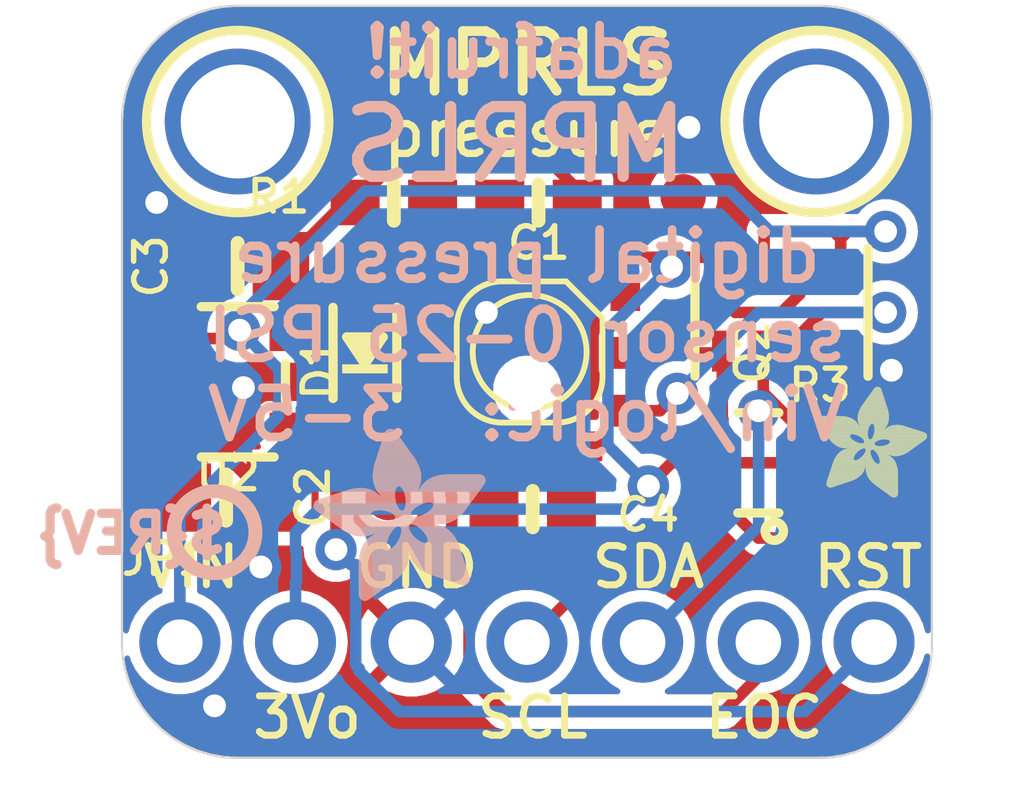
<source format=kicad_pcb>
(kicad_pcb (version 20221018) (generator pcbnew)
  (layers (0 "F.Cu" signal) (31 "B.Cu" signal) (34 "B.Paste" user) (35 "F.Paste" user) (36 "B.SilkS" user "B.Silkscreen") (37 "F.SilkS" user "F.Silkscreen") (38 "B.Mask" user) (39 "F.Mask" user) (44 "Edge.Cuts" user))
  (net 0 "")
  (net 1 "GND")
  (net 2 "SDA")
  (net 3 "SCL")
  (net 4 "VIN")
  (net 5 "SCL_3V")
  (net 6 "SDA_3V")
  (net 7 "3.3V")
  (net 8 "EOC")
  (net 9 "RESET_3V")
  (net 10 "N$1")
  (net 11 "N$2")
  (net 12 "RESET")
  (footprint "working:SOT23-5" (layer "F.Cu") (at 142.1511 105.0036 -90)
    (fp_text reference "U2" (at 2.032 -0.562) (layer "F.SilkS") (effects (font (size 0.692831 0.692831) (thickness 0.119969)) (justify right)))
    (fp_text value "MIC5225-3.3")
    (pad "1" smd rect (at -0.95 1.3001 270) (size 0.55 1.2) (layers "F.Cu" "F.Paste" "F.Mask") (net 4 "VIN"))
    (pad "2" smd rect (at 0 1.3001 270) (size 0.55 1.2) (layers "F.Cu" "F.Paste" "F.Mask") (net 1 "GND"))
    (pad "3" smd rect (at 0.95 1.3001 270) (size 0.55 1.2) (layers "F.Cu" "F.Paste" "F.Mask") (net 4 "VIN"))
    (pad "4" smd rect (at 0.95 -1.3001 270) (size 0.55 1.2) (layers "F.Cu" "F.Paste" "F.Mask"))
    (pad "5" smd rect (at -0.95 -1.3001 270) (size 0.55 1.2) (layers "F.Cu" "F.Paste" "F.Mask") (net 7 "3.3V"))
  )
  (footprint "working:FIDUCIAL_1MM" (layer "F.Cu") (at 145.4531 107.5436)
    (fp_text reference "FID2" hide)
    (fp_text value "FIDUCIAL_1MM" hide)
    (pad "1" smd roundrect (at 0 0) (size 1 1) (layers "F.Cu" "F.Mask") (roundrect_rratio 0.5))
  )
  (footprint "working:FIDUCIAL_1MM" (layer "F.Cu") (at 151.9301 100.9396)
    (fp_text reference "FID1" hide)
    (fp_text value "FIDUCIAL_1MM" hide)
    (pad "1" smd roundrect (at 0 0) (size 1 1) (layers "F.Cu" "F.Mask") (roundrect_rratio 0.5))
  )
  (footprint "working:1X07_ROUND_70" (layer "F.Cu") (at 148.5011 110.7186)
    (fp_text reference "JP1" (at -8.9662 -1.8288) (layer "F.SilkS") (effects (font (size 0.692831 0.692831) (thickness 0.119969)) (justify left)))
    (fp_text value "")
    (pad "1" thru_hole circle (at -7.62 0 90) (size 1.778 1.778) (drill 1) (layers "*.Cu" "*.Mask") (net 4 "VIN"))
    (pad "2" thru_hole circle (at -5.08 0 90) (size 1.778 1.778) (drill 1) (layers "*.Cu" "*.Mask") (net 7 "3.3V"))
    (pad "3" thru_hole circle (at -2.54 0 90) (size 1.778 1.778) (drill 1) (layers "*.Cu" "*.Mask") (net 1 "GND"))
    (pad "4" thru_hole circle (at 0 0 90) (size 1.778 1.778) (drill 1) (layers "*.Cu" "*.Mask") (net 3 "SCL"))
    (pad "5" thru_hole circle (at 2.54 0 90) (size 1.778 1.778) (drill 1) (layers "*.Cu" "*.Mask") (net 2 "SDA"))
    (pad "6" thru_hole circle (at 5.08 0 90) (size 1.778 1.778) (drill 1) (layers "*.Cu" "*.Mask") (net 8 "EOC"))
    (pad "7" thru_hole circle (at 7.62 0 90) (size 1.778 1.778) (drill 1) (layers "*.Cu" "*.Mask") (net 12 "RESET"))
  )
  (footprint "working:SOT363" (layer "F.Cu") (at 153.5811 106.7816 90)
    (fp_text reference "Q2" (at 1.651 -0.127 90) (layer "F.SilkS") (effects (font (size 0.692831 0.692831) (thickness 0.119969)) (justify left)))
    (fp_text value "2N7002D")
    (pad "1" smd rect (at -0.75 0.9 90) (size 0.5 0.5) (layers "F.Cu" "F.Paste" "F.Mask") (net 5 "SCL_3V"))
    (pad "2" smd rect (at 0 0.9 90) (size 0.4 0.5) (layers "F.Cu" "F.Paste" "F.Mask") (net 7 "3.3V"))
    (pad "3" smd rect (at 0.75 0.9 90) (size 0.5 0.5) (layers "F.Cu" "F.Paste" "F.Mask") (net 2 "SDA"))
    (pad "4" smd rect (at 0.75 -0.9 90) (size 0.5 0.5) (layers "F.Cu" "F.Paste" "F.Mask") (net 6 "SDA_3V"))
    (pad "5" smd rect (at 0 -0.9 90) (size 0.4 0.5) (layers "F.Cu" "F.Paste" "F.Mask") (net 7 "3.3V"))
    (pad "6" smd rect (at -0.75 -0.9 90) (size 0.5 0.5) (layers "F.Cu" "F.Paste" "F.Mask") (net 3 "SCL"))
  )
  (footprint "working:0603-NO" (layer "F.Cu") (at 148.7551 101.0666 180)
    (fp_text reference "C1" (at -0.762 -0.889) (layer "F.SilkS") (effects (font (size 0.692831 0.692831) (thickness 0.119969)) (justify right)))
    (fp_text value "0.1uF")
    (pad "1" smd rect (at -0.85 0 180) (size 1.075 1) (layers "F.Cu" "F.Paste" "F.Mask") (net 7 "3.3V"))
    (pad "2" smd rect (at 0.85 0 180) (size 1.075 1) (layers "F.Cu" "F.Paste" "F.Mask") (net 1 "GND"))
  )
  (footprint "working:MOUNTINGHOLE_2.5_PLATED" (layer "F.Cu") (at 154.8511 99.2886)
    (fp_text reference "U$4" hide)
    (fp_text value "MOUNTINGHOLE2.5" hide)
    (pad "P$1" thru_hole circle (at 0 0) (size 3.2 3.2) (drill 2.5) (layers "*.Cu" "*.Mask"))
    (zone (net 0) (net_name "") (layer "F.Cu") (connect_pads (clearance 0)) (min_thickness 0.25)
      (keepout (tracks not_allowed) (vias not_allowed) (pads not_allowed) (copperpour not_allowed) (footprints allowed))
      (fill (thermal_gap 0.5) (thermal_bridge_width 0.5))
      (polygon (pts (xy 156.8671 99.2886) (xy 156.84748 99.008027) (xy 156.789004 98.732915) (xy 156.692808 98.468619) (xy 156.560765 98.220283) (xy 156.395446 97.99274) (xy 156.200067 97.79042) (xy 155.978433 97.61726) (xy 155.734856 97.476631) (xy 155.474078 97.37127) (xy 155.201175 97.303228) (xy 154.921457 97.273828) (xy 154.640371 97.283644) (xy 154.363385 97.332484) (xy 154.095893 97.419397) (xy 153.8431 97.542693) (xy 153.609926 97.69997) (xy 153.400911 97.888169) (xy 153.220122 98.103625) (xy 153.071078 98.342145) (xy 152.95668 98.599087) (xy 152.879154 98.86945) (xy 152.840011 99.147971) (xy 152.840011 99.429229) (xy 152.879154 99.70775) (xy 152.95668 99.978113) (xy 153.071078 100.235055) (xy 153.220122 100.473575) (xy 153.400911 100.689031) (xy 153.609926 100.87723) (xy 153.8431 101.034507) (xy 154.095893 101.157803) (xy 154.363385 101.244716) (xy 154.640371 101.293556) (xy 154.921457 101.303372) (xy 155.201175 101.273972) (xy 155.474078 101.20593) (xy 155.734856 101.100569) (xy 155.978433 100.95994) (xy 156.200067 100.78678) (xy 156.395446 100.58446) (xy 156.560765 100.356917) (xy 156.692808 100.108581) (xy 156.789004 99.844285) (xy 156.84748 99.569173)))
      (polygon (pts (xy 154.8351 99.2886) (xy 154.839786 99.299914) (xy 154.8511 99.3046) (xy 154.862414 99.299914) (xy 154.8671 99.2886) (xy 154.862414 99.277286) (xy 154.8511 99.2726) (xy 154.839786 99.277286)))
    )
    (zone (net 0) (net_name "") (layer "B.Cu") (connect_pads (clearance 0)) (min_thickness 0.25)
      (keepout (tracks not_allowed) (vias not_allowed) (pads not_allowed) (copperpour not_allowed) (footprints allowed))
      (fill (thermal_gap 0.5) (thermal_bridge_width 0.5))
      (polygon (pts (xy 156.8671 99.2886) (xy 156.84748 99.008027) (xy 156.789004 98.732915) (xy 156.692808 98.468619) (xy 156.560765 98.220283) (xy 156.395446 97.99274) (xy 156.200067 97.79042) (xy 155.978433 97.61726) (xy 155.734856 97.476631) (xy 155.474078 97.37127) (xy 155.201175 97.303228) (xy 154.921457 97.273828) (xy 154.640371 97.283644) (xy 154.363385 97.332484) (xy 154.095893 97.419397) (xy 153.8431 97.542693) (xy 153.609926 97.69997) (xy 153.400911 97.888169) (xy 153.220122 98.103625) (xy 153.071078 98.342145) (xy 152.95668 98.599087) (xy 152.879154 98.86945) (xy 152.840011 99.147971) (xy 152.840011 99.429229) (xy 152.879154 99.70775) (xy 152.95668 99.978113) (xy 153.071078 100.235055) (xy 153.220122 100.473575) (xy 153.400911 100.689031) (xy 153.609926 100.87723) (xy 153.8431 101.034507) (xy 154.095893 101.157803) (xy 154.363385 101.244716) (xy 154.640371 101.293556) (xy 154.921457 101.303372) (xy 155.201175 101.273972) (xy 155.474078 101.20593) (xy 155.734856 101.100569) (xy 155.978433 100.95994) (xy 156.200067 100.78678) (xy 156.395446 100.58446) (xy 156.560765 100.356917) (xy 156.692808 100.108581) (xy 156.789004 99.844285) (xy 156.84748 99.569173)))
      (polygon (pts (xy 154.8351 99.2886) (xy 154.839786 99.299914) (xy 154.8511 99.3046) (xy 154.862414 99.299914) (xy 154.8671 99.2886) (xy 154.862414 99.277286) (xy 154.8511 99.2726) (xy 154.839786 99.277286)))
    )
  )
  (footprint "working:0805-NO" (layer "F.Cu") (at 142.1511 102.4636 180)
    (fp_text reference "C3" (at 1.905 -0.762 90) (layer "F.SilkS") (effects (font (size 0.692831 0.692831) (thickness 0.119969)) (justify left)))
    (fp_text value "10uF")
    (pad "1" smd rect (at -0.95 0 180) (size 1.24 1.5) (layers "F.Cu" "F.Paste" "F.Mask") (net 7 "3.3V"))
    (pad "2" smd rect (at 0.95 0 180) (size 1.24 1.5) (layers "F.Cu" "F.Paste" "F.Mask") (net 1 "GND"))
  )
  (footprint "working:0603-NO" (layer "F.Cu") (at 148.6281 107.7976)
    (fp_text reference "C4" (at 1.778 0.127) (layer "F.SilkS") (effects (font (size 0.692831 0.692831) (thickness 0.119969)) (justify left)))
    (fp_text value "1000pF")
    (pad "1" smd rect (at -0.85 0) (size 1.075 1) (layers "F.Cu" "F.Paste" "F.Mask") (net 11 "N$2"))
    (pad "2" smd rect (at 0.85 0) (size 1.075 1) (layers "F.Cu" "F.Paste" "F.Mask") (net 10 "N$1"))
  )
  (footprint "working:MPR_SERIES_I2C_PRESSURE" (layer "F.Cu") (at 148.5011 104.3686 -90)
    (fp_text reference "U$18" hide)
    (fp_text value "MPR_SERIES_I2C_PRESSURE" hide)
    (pad "" np_thru_hole circle (at 0.81 -0.009 270) (size 1 1) (drill 1) (layers "*.Cu" "*.Mask"))
    (pad "1" smd rect (at -1.27 -2.159 90) (size 0.7 0.65) (layers "F.Cu" "F.Paste" "F.Mask"))
    (pad "2" smd rect (at 0 -2.159 90) (size 0.7 0.65) (layers "F.Cu" "F.Paste" "F.Mask") (net 6 "SDA_3V"))
    (pad "3" smd rect (at 1.27 -2.159 90) (size 0.7 0.65) (layers "F.Cu" "F.Paste" "F.Mask") (net 5 "SCL_3V"))
    (pad "4" smd rect (at 2.05 -1.329 90) (size 0.65 0.65) (layers "F.Cu" "F.Paste" "F.Mask") (net 10 "N$1"))
    (pad "5" smd rect (at 2.05 -0.059 90) (size 0.7 0.65) (layers "F.Cu" "F.Paste" "F.Mask"))
    (pad "6" smd rect (at 2.05 1.211 90) (size 0.65 0.65) (layers "F.Cu" "F.Paste" "F.Mask") (net 11 "N$2"))
    (pad "7" smd rect (at 1.27 2.041 90) (size 0.7 0.65) (layers "F.Cu" "F.Paste" "F.Mask"))
    (pad "8" smd rect (at 0 2.041 90) (size 0.7 0.65) (layers "F.Cu" "F.Paste" "F.Mask") (net 8 "EOC"))
    (pad "9" smd rect (at -1.27 2.041 90) (size 0.7 0.65) (layers "F.Cu" "F.Paste" "F.Mask") (net 9 "RESET_3V"))
    (pad "10" smd rect (at -2.1 1.211 90) (size 0.7 0.65) (layers "F.Cu" "F.Paste" "F.Mask") (net 1 "GND"))
    (pad "11" smd rect (at -2.1 -0.059 90) (size 0.7 0.65) (layers "F.Cu" "F.Paste" "F.Mask"))
    (pad "12" smd rect (at -2.1 -1.329 90) (size 0.7 0.65) (layers "F.Cu" "F.Paste" "F.Mask") (net 7 "3.3V"))
  )
  (footprint "working:0603-NO" (layer "F.Cu") (at 145.5801 101.0666 180)
    (fp_text reference "R1" (at 1.778 0.127) (layer "F.SilkS") (effects (font (size 0.692831 0.692831) (thickness 0.119969)) (justify right)))
    (fp_text value "10K")
    (pad "1" smd rect (at -0.85 0 180) (size 1.075 1) (layers "F.Cu" "F.Paste" "F.Mask") (net 9 "RESET_3V"))
    (pad "2" smd rect (at 0.85 0 180) (size 1.075 1) (layers "F.Cu" "F.Paste" "F.Mask") (net 7 "3.3V"))
  )
  (footprint "working:ADAFRUIT_2.5MM" (layer "F.Cu") (at 154.8511 107.5436)
    (fp_text reference "U$8" hide)
    (fp_text value "" hide)
  )
  (footprint "working:0805-NO" (layer "F.Cu") (at 141.8971 107.5436)
    (fp_text reference "C2" (at 1.905 -0.762 90) (layer "F.SilkS") (effects (font (size 0.692831 0.692831) (thickness 0.119969)) (justify right)))
    (fp_text value "10uF")
    (pad "1" smd rect (at -0.95 0) (size 1.24 1.5) (layers "F.Cu" "F.Paste" "F.Mask") (net 4 "VIN"))
    (pad "2" smd rect (at 0.95 0) (size 1.24 1.5) (layers "F.Cu" "F.Paste" "F.Mask") (net 1 "GND"))
  )
  (footprint "working:RESPACK_4X0603" (layer "F.Cu") (at 154.0891 103.4796 180)
    (fp_text reference "R3" (at -1.6 -1.6) (layer "F.SilkS") (effects (font (size 0.692831 0.692831) (thickness 0.119969)) (justify right)))
    (fp_text value "10K")
    (pad "1" smd rect (at -1.3 0.85 180) (size 0.45 0.9) (layers "F.Cu" "F.Paste" "F.Mask") (net 4 "VIN"))
    (pad "2" smd rect (at -0.4 0.85 180) (size 0.45 0.9) (layers "F.Cu" "F.Paste" "F.Mask") (net 7 "3.3V"))
    (pad "3" smd rect (at 0.4 0.85 180) (size 0.45 0.9) (layers "F.Cu" "F.Paste" "F.Mask") (net 4 "VIN"))
    (pad "4" smd rect (at 1.3 0.85 180) (size 0.45 0.9) (layers "F.Cu" "F.Paste" "F.Mask") (net 7 "3.3V"))
    (pad "5" smd rect (at 1.3 -0.85 180) (size 0.45 0.9) (layers "F.Cu" "F.Paste" "F.Mask") (net 6 "SDA_3V"))
    (pad "6" smd rect (at 0.4 -0.85 180) (size 0.45 0.9) (layers "F.Cu" "F.Paste" "F.Mask") (net 2 "SDA"))
    (pad "7" smd rect (at -0.4 -0.85 180) (size 0.45 0.9) (layers "F.Cu" "F.Paste" "F.Mask") (net 5 "SCL_3V"))
    (pad "8" smd rect (at -1.3 -0.85 180) (size 0.45 0.9) (layers "F.Cu" "F.Paste" "F.Mask") (net 3 "SCL"))
  )
  (footprint "working:SOD-323" (layer "F.Cu") (at 144.9451 104.3686 90)
    (fp_text reference "D1" (at -1.1 -1 90) (layer "F.SilkS") (effects (font (size 0.692831 0.692831) (thickness 0.119969)) (justify left)))
    (fp_text value "1N4148")
    (pad "A" smd rect (at 1.27 0 90) (size 1.35 0.8) (layers "F.Cu" "F.Paste" "F.Mask") (net 9 "RESET_3V"))
    (pad "C" smd rect (at -1.27 0 90) (size 1.35 0.8) (layers "F.Cu" "F.Paste" "F.Mask") (net 12 "RESET"))
  )
  (footprint "working:MOUNTINGHOLE_2.5_PLATED" (layer "F.Cu") (at 142.1511 99.2886)
    (fp_text reference "U$3" hide)
    (fp_text value "MOUNTINGHOLE2.5" hide)
    (pad "P$1" thru_hole circle (at 0 0) (size 3.2 3.2) (drill 2.5) (layers "*.Cu" "*.Mask"))
    (zone (net 0) (net_name "") (layer "F.Cu") (connect_pads (clearance 0)) (min_thickness 0.25)
      (keepout (tracks not_allowed) (vias not_allowed) (pads not_allowed) (copperpour not_allowed) (footprints allowed))
      (fill (thermal_gap 0.5) (thermal_bridge_width 0.5))
      (polygon (pts (xy 144.1671 99.2886) (xy 144.14748 99.008027) (xy 144.089004 98.732915) (xy 143.992808 98.468619) (xy 143.860765 98.220283) (xy 143.695446 97.99274) (xy 143.500067 97.79042) (xy 143.278433 97.61726) (xy 143.034856 97.476631) (xy 142.774078 97.37127) (xy 142.501175 97.303228) (xy 142.221457 97.273828) (xy 141.940371 97.283644) (xy 141.663385 97.332484) (xy 141.395893 97.419397) (xy 141.1431 97.542693) (xy 140.909926 97.69997) (xy 140.700911 97.888169) (xy 140.520122 98.103625) (xy 140.371078 98.342145) (xy 140.25668 98.599087) (xy 140.179154 98.86945) (xy 140.140011 99.147971) (xy 140.140011 99.429229) (xy 140.179154 99.70775) (xy 140.25668 99.978113) (xy 140.371078 100.235055) (xy 140.520122 100.473575) (xy 140.700911 100.689031) (xy 140.909926 100.87723) (xy 141.1431 101.034507) (xy 141.395893 101.157803) (xy 141.663385 101.244716) (xy 141.940371 101.293556) (xy 142.221457 101.303372) (xy 142.501175 101.273972) (xy 142.774078 101.20593) (xy 143.034856 101.100569) (xy 143.278433 100.95994) (xy 143.500067 100.78678) (xy 143.695446 100.58446) (xy 143.860765 100.356917) (xy 143.992808 100.108581) (xy 144.089004 99.844285) (xy 144.14748 99.569173)))
      (polygon (pts (xy 142.1351 99.2886) (xy 142.139786 99.299914) (xy 142.1511 99.3046) (xy 142.162414 99.299914) (xy 142.1671 99.2886) (xy 142.162414 99.277286) (xy 142.1511 99.2726) (xy 142.139786 99.277286)))
    )
    (zone (net 0) (net_name "") (layer "B.Cu") (connect_pads (clearance 0)) (min_thickness 0.25)
      (keepout (tracks not_allowed) (vias not_allowed) (pads not_allowed) (copperpour not_allowed) (footprints allowed))
      (fill (thermal_gap 0.5) (thermal_bridge_width 0.5))
      (polygon (pts (xy 144.1671 99.2886) (xy 144.14748 99.008027) (xy 144.089004 98.732915) (xy 143.992808 98.468619) (xy 143.860765 98.220283) (xy 143.695446 97.99274) (xy 143.500067 97.79042) (xy 143.278433 97.61726) (xy 143.034856 97.476631) (xy 142.774078 97.37127) (xy 142.501175 97.303228) (xy 142.221457 97.273828) (xy 141.940371 97.283644) (xy 141.663385 97.332484) (xy 141.395893 97.419397) (xy 141.1431 97.542693) (xy 140.909926 97.69997) (xy 140.700911 97.888169) (xy 140.520122 98.103625) (xy 140.371078 98.342145) (xy 140.25668 98.599087) (xy 140.179154 98.86945) (xy 140.140011 99.147971) (xy 140.140011 99.429229) (xy 140.179154 99.70775) (xy 140.25668 99.978113) (xy 140.371078 100.235055) (xy 140.520122 100.473575) (xy 140.700911 100.689031) (xy 140.909926 100.87723) (xy 141.1431 101.034507) (xy 141.395893 101.157803) (xy 141.663385 101.244716) (xy 141.940371 101.293556) (xy 142.221457 101.303372) (xy 142.501175 101.273972) (xy 142.774078 101.20593) (xy 143.034856 101.100569) (xy 143.278433 100.95994) (xy 143.500067 100.78678) (xy 143.695446 100.58446) (xy 143.860765 100.356917) (xy 143.992808 100.108581) (xy 144.089004 99.844285) (xy 144.14748 99.569173)))
      (polygon (pts (xy 142.1351 99.2886) (xy 142.139786 99.299914) (xy 142.1511 99.3046) (xy 142.162414 99.299914) (xy 142.1671 99.2886) (xy 142.162414 99.277286) (xy 142.1511 99.2726) (xy 142.139786 99.277286)))
    )
  )
  (footprint "working:ADAFRUIT_3.5MM" (layer "B.Cu") (at 147.6121 109.8296 180)
    (fp_text reference "U$1" hide)
    (fp_text value "" hide)
  )
  (footprint "working:PCBFEAT-REV-040" (layer "B.Cu") (at 141.6431 108.3056 180)
    (fp_text reference "U$27" hide)
    (fp_text value "" hide)
    (fp_text user "${REV}" (at -0.3556 -0.508) (layer "B.SilkS") (effects (font (size 0.8128 0.8128) (thickness 0.2032)) (justify left bottom mirror)))
  )
  (gr_arc (start 142.1511 113.2586) (mid 140.355049 112.514651) (end 139.6111 110.7186) (stroke (width 0.05)) (layer "Edge.Cuts"))
  (gr_line (start 139.6111 110.7186) (end 139.6111 99.2886) (stroke (width 0.05)) (layer "Edge.Cuts"))
  (gr_line (start 157.3911 99.1616) (end 157.3911 110.8456) (stroke (width 0.05)) (layer "Edge.Cuts"))
  (gr_arc (start 154.8511 96.7486) (mid 156.620849 97.429049) (end 157.3911 99.1616) (stroke (width 0.05)) (layer "Edge.Cuts"))
  (gr_line (start 154.8511 113.2586) (end 142.1511 113.2586) (stroke (width 0.05)) (layer "Edge.Cuts"))
  (gr_line (start 142.1511 96.7486) (end 154.8511 96.7486) (stroke (width 0.05)) (layer "Edge.Cuts"))
  (gr_arc (start 139.6111 99.2886) (mid 140.355049 97.492549) (end 142.1511 96.7486) (stroke (width 0.05)) (layer "Edge.Cuts"))
  (gr_arc (start 157.3911 110.8456) (mid 156.620849 112.578151) (end 154.8511 113.2586) (stroke (width 0.05)) (layer "Edge.Cuts"))
  (gr_text "digital pressure\nsensor 0-25 PSI\nVin/logic:  3-5V" (at 148.5011 103.9876) (layer "B.SilkS") (effects (font (size 1.0795 1.0795) (thickness 0.1905)) (justify mirror)))
  (gr_text "adafruit!" (at 148.3741 97.7646) (layer "B.SilkS") (effects (font (size 1.0795 1.0795) (thickness 0.1905)) (justify mirror)))
  (gr_text "MPRLS" (at 148.2471 99.7966) (layer "B.SilkS") (effects (font (size 1.52908 1.52908) (thickness 0.24892)) (justify mirror)))
  (gr_text "GND" (at 146.0881 109.0676) (layer "F.SilkS") (effects (font (size 0.8636 0.8636) (thickness 0.1524))))
  (gr_text "RST" (at 155.9941 109.0676) (layer "F.SilkS") (effects (font (size 0.8636 0.8636) (thickness 0.1524))))
  (gr_text "MPRLS" (at 148.5011 98.0186) (layer "F.SilkS") (effects (font (size 1.31064 1.31064) (thickness 0.21336))))
  (gr_text "pressure" (at 148.5011 99.5426) (layer "F.SilkS") (effects (font (size 0.98298 0.98298) (thickness 0.16002))))
  (gr_text "SCL" (at 148.6281 112.3696) (layer "F.SilkS") (effects (font (size 0.8636 0.8636) (thickness 0.1524))))
  (gr_text "SDA" (at 151.1681 109.0676) (layer "F.SilkS") (effects (font (size 0.8636 0.8636) (thickness 0.1524))))
  (gr_text "EOC" (at 153.7081 112.3696) (layer "F.SilkS") (effects (font (size 0.8636 0.8636) (thickness 0.1524))))
  (gr_text "3Vo" (at 143.6751 112.3696) (layer "F.SilkS") (effects (font (size 0.8636 0.8636) (thickness 0.1524))))
  (gr_text "VIN" (at 141.1351 109.0676) (layer "F.SilkS") (effects (font (size 0.8636 0.8636) (thickness 0.1524))))
  (segment (start 147.9051 101.6536) (end 147.9051 101.0666) (width 0.254) (layer "F.Cu") (net 1))
  (segment (start 142.8471 107.0966) (end 142.0241 106.2736) (width 0.254) (layer "F.Cu") (net 1))
  (segment (start 147.2901 102.2686) (end 147.9051 101.6536) (width 0.254) (layer "F.Cu") (net 1))
  (segment (start 142.8471 107.5436) (end 142.8471 107.0966) (width 0.254) (layer "F.Cu") (net 1))
  (via (at 140.3731 101.0666) (size 0.9064) (drill 0.5) (layers "F.Cu" "B.Cu") (net 1))
  (via (at 152.0571 99.4156) (size 0.9064) (drill 0.5) (layers "F.Cu" "B.Cu") (net 1))
  (via (at 142.6591 109.0676) (size 0.9064) (drill 0.5) (layers "F.Cu" "B.Cu") (net 1))
  (via (at 142.2781 105.1306) (size 0.9064) (drill 0.5) (layers "F.Cu" "B.Cu") (net 1))
  (via (at 141.6431 112.1156) (size 0.9064) (drill 0.5) (layers "F.Cu" "B.Cu") (net 1))
  (via (at 147.6121 103.4796) (size 0.9064) (drill 0.5) (layers "F.Cu" "B.Cu") (net 1))
  (via (at 156.5021 104.7496) (size 0.9064) (drill 0.5) (layers "F.Cu" "B.Cu") (net 1))
  (segment (start 153.7076 105.2581) (end 153.7076 105.5185) (width 0.254) (layer "F.Cu") (net 2))
  (segment (start 153.6891 105.2396) (end 153.7076 105.2581) (width 0.254) (layer "F.Cu") (net 2))
  (segment (start 153.7076 105.5185) (end 153.5875 105.6386) (width 0.254) (layer "F.Cu") (net 2))
  (segment (start 153.707603 105.258104) (end 154.481096 106.031597) (width 0.254) (layer "F.Cu") (net 2))
  (segment (start 153.6891 104.3296) (end 153.6891 105.2396) (width 0.254) (layer "F.Cu") (net 2))
  (via (at 153.5875 105.6386) (size 0.9064) (drill 0.5) (layers "F.Cu" "B.Cu") (net 2))
  (segment (start 153.5875 105.6386) (end 153.5875 108.1722) (width 0.254) (layer "B.Cu") (net 2))
  (segment (start 153.5875 108.1722) (end 151.0411 110.7186) (width 0.254) (layer "B.Cu") (net 2))
  (segment (start 153.5821 108.4326) (end 155.2321 108.4326) (width 0.254) (layer "F.Cu") (net 3))
  (segment (start 155.3891 105.149019) (end 155.3891 104.3296) (width 0.254) (layer "F.Cu") (net 3))
  (segment (start 149.898096 109.321604) (end 151.295096 109.3216) (width 0.254) (layer "F.Cu") (net 3))
  (segment (start 152.6811 107.5316) (end 153.5821 108.4326) (width 0.254) (layer "F.Cu") (net 3))
  (segment (start 155.2321 108.4326) (end 155.5623 108.1024) (width 0.254) (layer "F.Cu") (net 3))
  (segment (start 148.501103 110.718597) (end 149.898096 109.321604) (width 0.254) (layer "F.Cu") (net 3))
  (segment (start 151.295096 109.3216) (end 152.6811 107.9356) (width 0.254) (layer "F.Cu") (net 3))
  (segment (start 155.5623 108.1024) (end 155.5623 105.322219) (width 0.254) (layer "F.Cu") (net 3))
  (segment (start 152.6811 107.9356) (end 152.6811 107.5316) (width 0.254) (layer "F.Cu") (net 3))
  (segment (start 155.5623 105.322219) (end 155.3891 105.149019) (width 0.254) (layer "F.Cu") (net 3))
  (segment (start 155.3891 101.858604) (end 155.3891 102.629597) (width 0.254) (layer "F.Cu") (net 4))
  (segment (start 153.6891 102.6296) (end 153.7081 102.6106) (width 0.254) (layer "F.Cu") (net 4))
  (segment (start 156.3751 101.7016) (end 155.5461 101.7016) (width 0.254) (layer "F.Cu") (net 4))
  (segment (start 140.851 105.953604) (end 140.851 107.447497) (width 0.254) (layer "F.Cu") (net 4))
  (segment (start 153.7081 101.7016) (end 155.2321 101.7016) (width 0.254) (layer "F.Cu") (net 4))
  (segment (start 153.7081 102.6106) (end 153.7081 101.7016) (width 0.254) (layer "F.Cu") (net 4))
  (segment (start 142.1948 103.87) (end 141.8927 103.87) (width 0.254) (layer "F.Cu") (net 4))
  (segment (start 142.1948 103.87) (end 142.1511 103.9137) (width 0.254) (layer "F.Cu") (net 4))
  (segment (start 140.8811 110.718597) (end 140.8811 107.6096) (width 0.254) (layer "F.Cu") (net 4))
  (segment (start 141.7091 104.0536) (end 140.851 104.0536) (width 0.254) (layer "F.Cu") (net 4))
  (segment (start 141.8927 103.87) (end 141.7091 104.0536) (width 0.254) (layer "F.Cu") (net 4))
  (segment (start 140.8811 107.6096) (end 140.9471 107.5436) (width 0.254) (layer "F.Cu") (net 4))
  (segment (start 155.5461 101.7016) (end 155.3891 101.8586) (width 0.254) (layer "F.Cu") (net 4))
  (segment (start 155.2321 101.7016) (end 155.3891 101.8586) (width 0.254) (layer "F.Cu") (net 4))
  (segment (start 140.851 107.447497) (end 140.9471 107.5436) (width 0.254) (layer "F.Cu") (net 4))
  (via (at 156.3751 101.7016) (size 0.9064) (drill 0.5) (layers "F.Cu" "B.Cu") (net 4))
  (via (at 142.1948 103.87) (size 0.9064) (drill 0.5) (layers "F.Cu" "B.Cu") (net 4))
  (segment (start 156.3751 101.7016) (end 153.8351 101.7016) (width 0.254) (layer "B.Cu") (net 4))
  (segment (start 142.194803 103.562897) (end 142.1948 103.87) (width 0.254) (layer "B.Cu") (net 4))
  (segment (start 152.9461 100.8126) (end 144.9451 100.8126) (width 0.254) (layer "B.Cu") (net 4))
  (segment (start 143.0615 105.4551) (end 143.0401 105.4765) (width 0.254) (layer "B.Cu") (net 4))
  (segment (start 143.0615 104.7367) (end 143.0615 105.4551) (width 0.254) (layer "B.Cu") (net 4))
  (segment (start 153.8351 101.7016) (end 152.9461 100.8126) (width 0.254) (layer "B.Cu") (net 4))
  (segment (start 142.1948 103.87) (end 143.0615 104.7367) (width 0.254) (layer "B.Cu") (net 4))
  (segment (start 143.0401 105.7656) (end 140.8811 107.9246) (width 0.254) (layer "B.Cu") (net 4))
  (segment (start 140.8811 107.9246) (end 140.8811 110.718597) (width 0.254) (layer "B.Cu") (net 4))
  (segment (start 143.0401 105.4765) (end 143.0401 105.7656) (width 0.254) (layer "B.Cu") (net 4))
  (segment (start 144.9451 100.8126) (end 142.194803 103.562897) (width 0.254) (layer "B.Cu") (net 4))
  (segment (start 155.1051 105.5116) (end 155.1051 107.2896) (width 0.254) (layer "F.Cu") (net 5))
  (segment (start 155.1051 107.2896) (end 154.8631 107.5316) (width 0.254) (layer "F.Cu") (net 5))
  (segment (start 154.4891 104.8956) (end 155.1051 105.5116) (width 0.254) (layer "F.Cu") (net 5))
  (segment (start 151.4221 105.6386) (end 151.8031 105.2576) (width 0.254) (layer "F.Cu") (net 5))
  (segment (start 150.6601 105.6386) (end 151.4221 105.6386) (width 0.254) (layer "F.Cu") (net 5))
  (segment (start 154.4891 104.3296) (end 154.4891 104.8956) (width 0.254) (layer "F.Cu") (net 5))
  (segment (start 154.978103 103.4796) (end 156.375096 103.4796) (width 0.254) (layer "F.Cu") (net 5))
  (segment (start 154.4891 103.9686) (end 154.978103 103.4796) (width 0.254) (layer "F.Cu") (net 5))
  (segment (start 154.4891 104.3296) (end 154.4891 103.9686) (width 0.254) (layer "F.Cu") (net 5))
  (segment (start 154.8631 107.5316) (end 154.4811 107.5316) (width 0.254) (layer "F.Cu") (net 5))
  (via (at 151.8031 105.2576) (size 0.9064) (drill 0.5) (layers "F.Cu" "B.Cu") (net 5))
  (via (at 156.3751 103.4796) (size 0.9064) (drill 0.5) (layers "F.Cu" "B.Cu") (net 5))
  (segment (start 153.581103 103.4796) (end 156.375096 103.4796) (width 0.254) (layer "B.Cu") (net 5))
  (segment (start 151.8031 105.2576) (end 153.581103 103.4796) (width 0.254) (layer "B.Cu") (net 5))
  (segment (start 150.6601 104.3686) (end 152.7501 104.3686) (width 0.254) (layer "F.Cu") (net 6))
  (segment (start 152.7891 105.9236) (end 152.6811 106.0316) (width 0.254) (layer "F.Cu") (net 6))
  (segment (start 152.7891 104.3296) (end 152.7891 105.9236) (width 0.254) (layer "F.Cu") (net 6))
  (segment (start 152.7501 104.3686) (end 152.7891 104.3296) (width 0.254) (layer "F.Cu") (net 6))
  (segment (start 149.8301 101.2916) (end 149.6051 101.0666) (width 0.254) (layer "F.Cu") (net 7))
  (segment (start 152.6811 106.7816) (end 154.4811 106.7816) (width 0.254) (layer "F.Cu") (net 7))
  (segment (start 152.6811 106.7816) (end 151.6761 106.7816) (width 0.254) (layer "F.Cu") (net 7))
  (segment (start 154.4891 102.6296) (end 154.4891 103.0796) (width 0.254) (layer "F.Cu") (net 7))
  (segment (start 143.1011 102.4636) (end 144.498096 101.066604) (width 0.254) (layer "F.Cu") (net 7))
  (segment (start 149.8301 102.2686) (end 151.6761 102.2686) (width 0.254) (layer "F.Cu") (net 7))
  (segment (start 151.6761 102.2686) (end 152.4281 102.2686) (width 0.254) (layer "F.Cu") (net 7))
  (segment (start 151.6761 106.7816) (end 151.1681 107.2896) (width 0.254) (layer "F.Cu") (net 7))
  (segment (start 143.4512 102.8137) (end 143.1011 102.4636) (width 0.254) (layer "F.Cu") (net 7))
  (segment (start 152.4281 102.2686) (end 152.7891 102.6296) (width 0.254) (layer "F.Cu") (net 7))
  (segment (start 144.498096 101.066604) (end 144.7301 101.0666) (width 0.254) (layer "F.Cu") (net 7))
  (segment (start 149.0091 100.1776) (end 149.6051 100.7736) (width 0.254) (layer "F.Cu") (net 7))
  (segment (start 143.4512 104.0536) (end 143.4512 102.8137) (width 0.254) (layer "F.Cu") (net 7))
  (segment (start 149.8301 102.2686) (end 149.8301 101.2916) (width 0.254) (layer "F.Cu") (net 7))
  (segment (start 145.6191 100.1776) (end 149.0091 100.1776) (width 0.254) (layer "F.Cu") (net 7))
  (segment (start 154.4891 103.0796) (end 154.0891 103.4796) (width 0.254) (layer "F.Cu") (net 7))
  (segment (start 153.0731 103.4796) (end 152.7891 103.1956) (width 0.254) (layer "F.Cu") (net 7))
  (segment (start 149.6051 100.7736) (end 149.6051 101.0666) (width 0.254) (layer "F.Cu") (net 7))
  (segment (start 144.7301 101.0666) (end 145.6191 100.1776) (width 0.254) (layer "F.Cu") (net 7))
  (segment (start 152.7891 103.1956) (end 152.7891 102.6296) (width 0.254) (layer "F.Cu") (net 7))
  (segment (start 151.6761 102.485) (end 151.6761 102.2686) (width 0.254) (layer "F.Cu") (net 7))
  (segment (start 154.0891 103.4796) (end 153.0731 103.4796) (width 0.254) (layer "F.Cu") (net 7))
  (via (at 151.1681 107.2896) (size 0.9064) (drill 0.5) (layers "F.Cu" "B.Cu") (net 7))
  (via (at 151.6761 102.485) (size 0.9064) (drill 0.5) (layers "F.Cu" "B.Cu") (net 7))
  (segment (start 143.4211 109.4135) (end 143.4211 110.7186) (width 0.254) (layer "B.Cu") (net 7))
  (segment (start 143.4211 108.7217) (end 143.4425 108.7431) (width 0.254) (layer "B.Cu") (net 7))
  (segment (start 150.6601 107.7976) (end 143.9291 107.7976) (width 0.254) (layer "B.Cu") (net 7))
  (segment (start 151.1681 107.2896) (end 150.2791 106.4006) (width 0.254) (layer "B.Cu") (net 7))
  (segment (start 143.4425 108.7431) (end 143.4425 109.3921) (width 0.254) (layer "B.Cu") (net 7))
  (segment (start 143.9291 107.7976) (end 143.4211 108.3056) (width 0.254) (layer "B.Cu") (net 7))
  (segment (start 150.2791 106.4006) (end 150.279103 103.860597) (width 0.254) (layer "B.Cu") (net 7))
  (segment (start 143.4211 108.3056) (end 143.4211 108.7217) (width 0.254) (layer "B.Cu") (net 7))
  (segment (start 143.4425 109.3921) (end 143.4211 109.4135) (width 0.254) (layer "B.Cu") (net 7))
  (segment (start 151.1681 107.2896) (end 150.6601 107.7976) (width 0.254) (layer "B.Cu") (net 7))
  (segment (start 150.279103 103.860597) (end 151.6761 102.4636) (width 0.254) (layer "B.Cu") (net 7))
  (segment (start 151.6761 102.4636) (end 151.6761 102.485) (width 0.254) (layer "B.Cu") (net 7))
  (segment (start 147.2311 108.8136) (end 147.2311 111.4806) (width 0.254) (layer "F.Cu") (net 8))
  (segment (start 146.4601 104.3686) (end 146.0881 104.3686) (width 0.254) (layer "F.Cu") (net 8))
  (segment (start 147.9931 112.2426) (end 152.8191 112.2426) (width 0.254) (layer "F.Cu") (net 8))
  (segment (start 146.0881 104.3686) (end 145.7071 104.749604) (width 0.254) (layer "F.Cu") (net 8))
  (segment (start 145.7071 106.1466) (end 146.8329 107.2724) (width 0.254) (layer "F.Cu") (net 8))
  (segment (start 146.8329 107.2724) (end 146.8329 107.498982) (width 0.254) (layer "F.Cu") (net 8))
  (segment (start 146.8501 107.516182) (end 146.8501 108.4326) (width 0.254) (layer "F.Cu") (net 8))
  (segment (start 146.8501 108.4326) (end 147.2311 108.8136) (width 0.254) (layer "F.Cu") (net 8))
  (segment (start 146.8329 107.498982) (end 146.8501 107.516182) (width 0.254) (layer "F.Cu") (net 8))
  (segment (start 152.8191 112.2426) (end 153.5811 111.4806) (width 0.254) (layer "F.Cu") (net 8))
  (segment (start 153.5811 111.4806) (end 153.5811 110.7186) (width 0.254) (layer "F.Cu") (net 8))
  (segment (start 145.7071 104.749604) (end 145.7071 106.1466) (width 0.254) (layer "F.Cu") (net 8))
  (segment (start 147.2311 111.4806) (end 147.9931 112.2426) (width 0.254) (layer "F.Cu") (net 8))
  (segment (start 146.4301 101.0666) (end 146.4601 101.0966) (width 0.254) (layer "F.Cu") (net 9))
  (segment (start 146.4601 101.0966) (end 146.4601 103.0986) (width 0.254) (layer "F.Cu") (net 9))
  (segment (start 146.4601 103.0986) (end 144.9451 103.0986) (width 0.254) (layer "F.Cu") (net 9))
  (segment (start 149.8301 107.4456) (end 149.4781 107.7976) (width 0.254) (layer "F.Cu") (net 10))
  (segment (start 149.8301 106.4186) (end 149.8301 107.4456) (width 0.254) (layer "F.Cu") (net 10))
  (segment (start 147.2901 107.3096) (end 147.7781 107.7976) (width 0.254) (layer "F.Cu") (net 11))
  (segment (start 147.2901 106.4186) (end 147.2901 107.3096) (width 0.254) (layer "F.Cu") (net 11))
  (segment (start 144.3101 106.9086) (end 144.3101 108.6866) (width 0.254) (layer "F.Cu") (net 12))
  (segment (start 144.9451 106.2736) (end 144.3101 106.9086) (width 0.254) (layer "F.Cu") (net 12))
  (segment (start 144.9451 105.6386) (end 144.9451 106.2736) (width 0.254) (layer "F.Cu") (net 12))
  (via (at 144.3101 108.6866) (size 0.9064) (drill 0.5) (layers "F.Cu" "B.Cu") (net 12))
  (segment (start 144.8181 111.299813) (end 144.7419 111.223613) (width 0.254) (layer "B.Cu") (net 12))
  (segment (start 144.7419 111.223613) (end 144.7419 109.0168) (width 0.254) (layer "B.Cu") (net 12))
  (segment (start 144.8181 111.3536) (end 145.7071 112.2426) (width 0.254) (layer "B.Cu") (net 12))
  (segment (start 144.8181 111.299813) (end 144.8181 111.3536) (width 0.254) (layer "B.Cu") (net 12))
  (segment (start 145.7071 112.2426) (end 154.5971 112.2426) (width 0.254) (layer "B.Cu") (net 12))
  (segment (start 144.7419 109.0168) (end 144.6403 109.0168) (width 0.254) (layer "B.Cu") (net 12))
  (segment (start 144.6403 109.0168) (end 144.3101 108.6866) (width 0.254) (layer "B.Cu") (net 12))
  (segment (start 154.5971 112.2426) (end 156.1211 110.7186) (width 0.254) (layer "B.Cu") (net 12))
  (zone (net 1) (net_name "GND") (layer "F.Cu") (priority 6) (connect_pads (clearance 0.254)) (min_thickness 0.127) (fill yes (thermal_gap 0.304) (thermal_bridge_width 0.304))
    (polygon (pts (xy 157.5181 113.3856) (xy 139.4841 113.3856) (xy 139.4841 96.6216) (xy 157.5181 96.6216)))
  )
  (zone (net 1) (net_name "GND") (layer "B.Cu") (priority 6) (connect_pads (clearance 0.254)) (min_thickness 0.127) (fill yes (thermal_gap 0.304) (thermal_bridge_width 0.304))
    (polygon (pts (xy 157.5181 113.3856) (xy 139.4841 113.3856) (xy 139.4841 96.6216) (xy 157.5181 96.6216)))
  )
)
</source>
